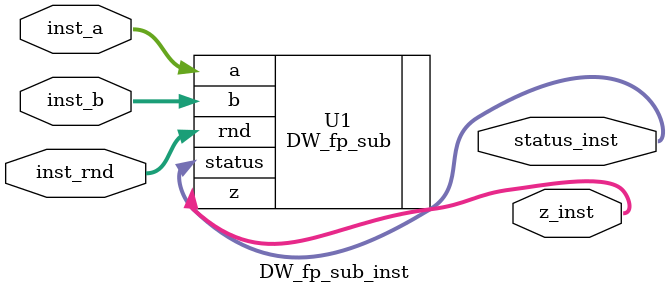
<source format=v>
module DW_fp_sub_inst( inst_a, inst_b, inst_rnd, z_inst, status_inst );

parameter sig_width = 23;
parameter exp_width = 8;
parameter ieee_compliance = 0;


input [sig_width+exp_width : 0] inst_a;
input [sig_width+exp_width : 0] inst_b;
input [2 : 0] inst_rnd;
output [sig_width+exp_width : 0] z_inst;
output [7 : 0] status_inst;

    // Instance of DW_fp_sub
    DW_fp_sub #(sig_width, exp_width, ieee_compliance)
	  U1 ( .a(inst_a), .b(inst_b), .rnd(inst_rnd), .z(z_inst), .status(status_inst) );

endmodule

</source>
